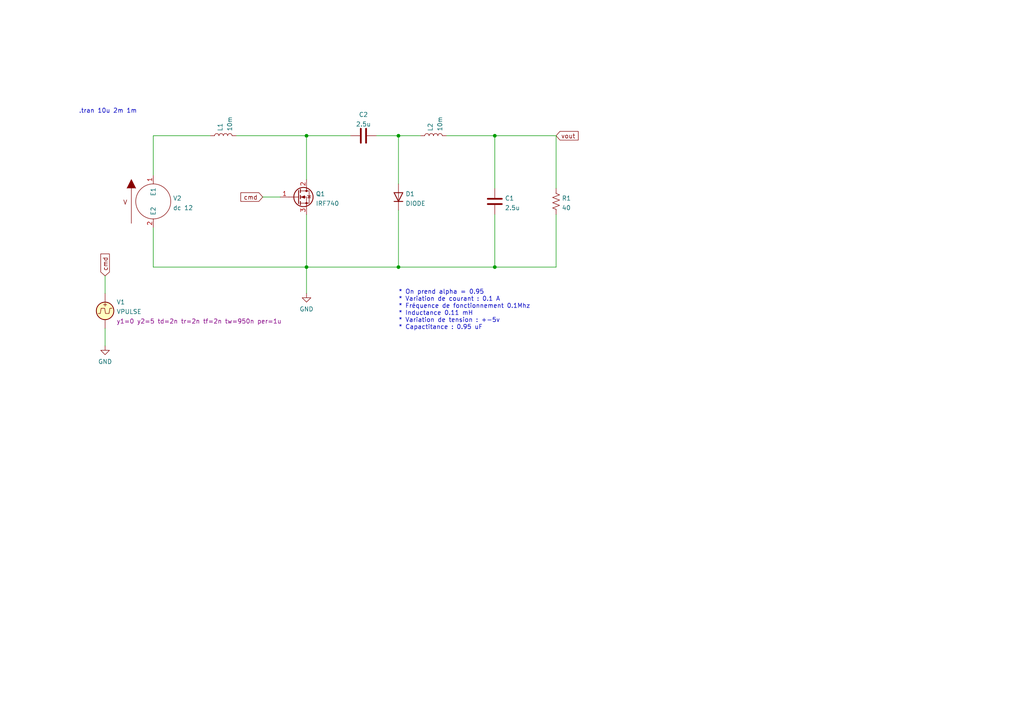
<source format=kicad_sch>
(kicad_sch (version 20211123) (generator eeschema)
  (paper "A4")
  (lib_symbols
    (symbol "Device:C" (pin_numbers hide) (pin_names (offset 0.254))
      (property "Reference" "C" (at 0.635 2.54 0))
      (property "Value" "C" (at 0.635 -2.54 0))
      (symbol "C_0_1"
        (polyline (pts (xy -2.032 -0.762) (xy 2.032 -0.762)) (stroke (width 0.508)))
        (polyline (pts (xy -2.032 0.762) (xy 2.032 0.762)) (stroke (width 0.508)))
      )
      (symbol "C_1_1"
        (pin passive line (at 0 3.81 270) (length 2.794) (name "~") (number "1"))
        (pin passive line (at 0 -3.81 90) (length 2.794) (name "~") (number "2"))
      )
    )
    (symbol "Device:L" (pin_numbers hide) (pin_names (offset 1.016) hide)
      (property "Reference" "L" (at -1.27 0 90))
      (property "Value" "L" (at 1.905 0 90))
      (symbol "L_0_1"
        (arc (start 0 -2.54) (mid 0.635 -1.905) (end 0 -1.27))
        (arc (start 0 -1.27) (mid 0.635 -0.635) (end 0 0))
        (arc (start 0 0) (mid 0.635 0.635) (end 0 1.27))
        (arc (start 0 1.27) (mid 0.635 1.905) (end 0 2.54))
      )
      (symbol "L_1_1"
        (pin passive line (at 0 3.81 270) (length 1.27) (name "1") (number "1"))
        (pin passive line (at 0 -3.81 90) (length 1.27) (name "2") (number "2"))
      )
    )
    (symbol "Device:R_US" (pin_numbers hide) (pin_names (offset 0))
      (property "Reference" "R" (at 2.54 0 90))
      (property "Value" "R_US" (at -2.54 0 90))
      (symbol "R_US_0_1"
        (polyline (pts (xy 0 -2.286) (xy 0 -2.54)))
        (polyline (pts (xy 0 2.286) (xy 0 2.54)))
        (polyline (pts (xy 0 -0.762) (xy 1.016 -1.143) (xy 0 -1.524) (xy -1.016 -1.905) (xy 0 -2.286)))
        (polyline (pts (xy 0 0.762) (xy 1.016 0.381) (xy 0 0) (xy -1.016 -0.381) (xy 0 -0.762)))
        (polyline (pts (xy 0 2.286) (xy 1.016 1.905) (xy 0 1.524) (xy -1.016 1.143) (xy 0 0.762)))
      )
      (symbol "R_US_1_1"
        (pin passive line (at 0 3.81 270) (length 1.27) (name "~") (number "1"))
        (pin passive line (at 0 -3.81 90) (length 1.27) (name "~") (number "2"))
      )
    )
    (symbol "Simulation_SPICE:DIODE" (pin_numbers hide) (pin_names (offset 1.016) hide)
      (property "Reference" "D" (at 0 2.54 0))
      (property "Value" "DIODE" (at 0 -2.54 0))
      (symbol "DIODE_0_1"
        (polyline (pts (xy 1.27 0) (xy -1.27 0)))
        (polyline (pts (xy 1.27 1.27) (xy 1.27 -1.27)) (stroke (width 0.254)))
        (polyline (pts (xy -1.27 -1.27) (xy -1.27 1.27) (xy 1.27 0) (xy -1.27 -1.27)) (stroke (width 0.254)))
      )
      (symbol "DIODE_1_1"
        (pin passive line (at -3.81 0 0) (length 2.54) (name "A") (number "1"))
        (pin passive line (at 3.81 0 180) (length 2.54) (name "K") (number "2"))
      )
    )
    (symbol "Simulation_SPICE:VPULSE" (pin_numbers hide) (pin_names (offset 0.0254))
      (property "Reference" "V" (at 2.54 2.54 0))
      (property "Value" "VPULSE" (at 2.54 0 0))
      (property "Spice_Model" "pulse(0 1 2n 2n 2n 50n 100n)" (at 2.54 -2.54 0))
      (symbol "VPULSE_0_0"
        (polyline (pts (xy -2.032 -0.762) (xy -1.397 -0.762) (xy -1.143 0.762) (xy -0.127 0.762) (xy 0.127 -0.762) (xy 1.143 -0.762) (xy 1.397 0.762) (xy 2.032 0.762)))
        (text "+" (at 0 1.905 0) (effects (font (size 1.27 1.27))))
      )
      (symbol "VPULSE_0_1"
        (circle (center 0 0) (radius 2.54) (stroke (width 0.254)) (fill (type background)))
      )
      (symbol "VPULSE_1_1"
        (pin passive line (at 0 5.08 270) (length 2.54) (name "~") (number "1"))
        (pin passive line (at 0 -5.08 90) (length 2.54) (name "~") (number "2"))
      )
    )
    (symbol "Transistor_FET:IRF740" (pin_names hide)
      (property "Reference" "Q" (at 6.35 1.905 0))
      (property "Value" "IRF740" (at 6.35 0 0))
      (symbol "IRF740_0_1"
        (polyline (pts (xy 0.254 0) (xy -2.54 0)))
        (polyline (pts (xy 0.254 1.905) (xy 0.254 -1.905)) (stroke (width 0.254)))
        (polyline (pts (xy 0.762 -1.27) (xy 0.762 -2.286)) (stroke (width 0.254)))
        (polyline (pts (xy 0.762 0.508) (xy 0.762 -0.508)) (stroke (width 0.254)))
        (polyline (pts (xy 0.762 2.286) (xy 0.762 1.27)) (stroke (width 0.254)))
        (polyline (pts (xy 2.54 2.54) (xy 2.54 1.778)))
        (polyline (pts (xy 2.54 -2.54) (xy 2.54 0) (xy 0.762 0)))
        (polyline (pts (xy 0.762 -1.778) (xy 3.302 -1.778) (xy 3.302 1.778) (xy 0.762 1.778)))
        (polyline (pts (xy 1.016 0) (xy 2.032 0.381) (xy 2.032 -0.381) (xy 1.016 0)) (fill (type outline)))
        (polyline (pts (xy 2.794 0.508) (xy 2.921 0.381) (xy 3.683 0.381) (xy 3.81 0.254)))
        (polyline (pts (xy 3.302 0.381) (xy 2.921 -0.254) (xy 3.683 -0.254) (xy 3.302 0.381)))
        (circle (center 1.651 0) (radius 2.794) (stroke (width 0.254)))
        (circle (center 2.54 -1.778) (radius 0.254) (fill (type outline)))
        (circle (center 2.54 1.778) (radius 0.254) (fill (type outline)))
      )
      (symbol "IRF740_1_1"
        (pin input line (at -5.08 0 0) (length 2.54) (name "G") (number "1"))
        (pin passive line (at 2.54 5.08 270) (length 2.54) (name "D") (number "2"))
        (pin passive line (at 2.54 -5.08 90) (length 2.54) (name "S") (number "3"))
      )
    )
    (symbol "power:GND" (power) (pin_names (offset 0))
      (property "Value" "GND" (at 0 -3.81 0))
      (symbol "GND_0_1"
        (polyline (pts (xy 0 0) (xy 0 -1.27) (xy 1.27 -1.27) (xy 0 -2.54) (xy -1.27 -1.27) (xy 0 -1.27)))
      )
      (symbol "GND_1_1"
        (pin power_in line (at 0 0 270) (length 0) hide (name "GND") (number "1"))
      )
    )
    (symbol "pspice:VSOURCE" (pin_names (offset 1.016))
      (property "Reference" "V" (at -6.35 7.62 0))
      (property "Value" "VSOURCE" (at 0 0 0))
      (symbol "VSOURCE_0_1"
        (polyline (pts (xy -6.35 -6.35) (xy -6.35 3.81)) (fill (type outline)))
        (polyline (pts (xy -7.62 3.81) (xy -6.35 6.35) (xy -5.08 3.81)) (fill (type outline)))
        (circle (center 0 0) (radius 5.08))
        (text "V" (at -8.128 -0.254 0) (effects (font (size 1.27 1.27))))
      )
      (symbol "VSOURCE_1_1"
        (pin input line (at 0 7.62 270) (length 2.54) (name "E1") (number "1"))
        (pin input line (at 0 -7.62 90) (length 2.54) (name "E2") (number "2"))
      )
    )
  )
  (junction (at 143.51 77.47))
  (junction (at 88.9 39.37))
  (junction (at 115.57 39.37))
  (junction (at 115.57 77.47))
  (junction (at 88.9 77.47))
  (junction (at 143.51 39.37))
  (wire (pts (xy 44.45 77.47) (xy 88.9 77.47)))
  (wire (pts (xy 88.9 62.23) (xy 88.9 77.47)))
  (wire (pts (xy 88.9 77.47) (xy 88.9 85.09)))
  (wire (pts (xy 44.45 50.8) (xy 44.45 39.37)))
  (wire (pts (xy 115.57 39.37) (xy 121.92 39.37)))
  (wire (pts (xy 129.54 39.37) (xy 143.51 39.37)))
  (wire (pts (xy 115.57 77.47) (xy 143.51 77.47)))
  (wire (pts (xy 88.9 39.37) (xy 101.6 39.37)))
  (wire (pts (xy 115.57 60.96) (xy 115.57 77.47)))
  (wire (pts (xy 88.9 39.37) (xy 88.9 52.07)))
  (wire (pts (xy 161.29 54.61) (xy 161.29 39.37)))
  (wire (pts (xy 88.9 77.47) (xy 115.57 77.47)))
  (wire (pts (xy 68.58 39.37) (xy 88.9 39.37)))
  (wire (pts (xy 161.29 77.47) (xy 143.51 77.47)))
  (wire (pts (xy 143.51 77.47) (xy 143.51 62.23)))
  (wire (pts (xy 161.29 62.23) (xy 161.29 77.47)))
  (wire (pts (xy 81.28 57.15) (xy 76.2 57.15)))
  (wire (pts (xy 143.51 39.37) (xy 143.51 54.61)))
  (wire (pts (xy 115.57 39.37) (xy 115.57 53.34)))
  (wire (pts (xy 30.48 85.09) (xy 30.48 80.01)))
  (wire (pts (xy 161.29 39.37) (xy 143.51 39.37)))
  (wire (pts (xy 109.22 39.37) (xy 115.57 39.37)))
  (wire (pts (xy 44.45 66.04) (xy 44.45 77.47)))
  (wire (pts (xy 30.48 95.25) (xy 30.48 100.33)))
  (wire (pts (xy 44.45 39.37) (xy 60.96 39.37)))
  (text "* On prend alpha = 0.95\n* Variation de courant : 0.1 A\n* Fréquence de fonctionnement 0.1Mhz\n* Inductance 0.11 mH\n* Variation de tension : +-5v\n* Capactitance : 0.95 uF\n\n" (at 115.57 97.79 0) (effects (font (size 1.27 1.27)) (justify left bottom)))
  (text ".tran 10u 2m 1m" (at 22.86 33.02 0) (effects (font (size 1.27 1.27)) (justify left bottom)))
  (global_label "cmd" (shape input) (at 30.48 80.01 90) (property "Intersheet References" "${INTERSHEET_REFS}" (effects hide)))
  (global_label "cmd" (shape input) (at 76.2 57.15 180) (property "Intersheet References" "${INTERSHEET_REFS}" (effects hide)))
  (global_label "vout" (shape input) (at 161.29 39.37 0) (property "Intersheet References" "${INTERSHEET_REFS}" (effects hide)))
  (symbol (lib_id "Simulation_SPICE:VPULSE") (at 30.48 90.17 0) (unit 1)
    (property "Reference" "V1" (at 33.782 87.6246 0) (effects (justify left)))
    (property "Value" "VPULSE" (at 33.782 90.3997 0) (effects (justify left)))
    (property "Spice_Netlist_Enabled" "Y" (effects hide))
    (property "Spice_Primitive" "V" (effects hide))
    (property "Spice_Model" "pulse(0 5 2n 2n 2n 950n 1u)" (at 33.782 93.1748 0) (effects (justify left)))
  )
  (symbol (lib_id "Device:L") (at 125.73 39.37 90) (unit 1)
    (property "Reference" "L2" (at 124.8215 38.1 0) (effects (justify left)))
    (property "Value" "10m" (at 127.5966 38.1 0) (effects (justify left)))
  )
  (symbol (lib_id "Device:R_US") (at 161.29 58.42 0) (unit 1)
    (property "Reference" "R1" (at 162.941 57.5115 0) (effects (justify left)))
    (property "Value" "40" (at 162.941 60.2866 0) (effects (justify left)))
  )
  (symbol (lib_id "power:GND") (at 30.48 100.33 0) (unit 1)
    (property "Reference" "#PWR01" (effects hide))
    (property "Value" "GND" (at 30.48 104.8925 0))
  )
  (symbol (lib_id "power:GND") (at 88.9 85.09 0) (unit 1)
    (property "Reference" "#PWR02" (effects hide))
    (property "Value" "GND" (at 88.9 89.6525 0))
  )
  (symbol (lib_id "Device:C") (at 143.51 58.42 0) (unit 1)
    (property "Reference" "C1" (at 146.431 57.5115 0) (effects (justify left)))
    (property "Value" "2.5u" (at 146.431 60.2866 0) (effects (justify left)))
  )
  (symbol (lib_id "pspice:VSOURCE") (at 44.45 58.42 0) (unit 1)
    (property "Reference" "V2" (at 50.165 57.5115 0) (effects (justify left)))
    (property "Value" "dc 12" (at 50.165 60.2866 0) (effects (justify left)))
  )
  (symbol (lib_id "Device:C") (at 105.41 39.37 90) (unit 1)
    (property "Reference" "C2" (at 105.41 33.2445 90))
    (property "Value" "2.5u" (at 105.41 36.0196 90))
  )
  (symbol (lib_id "Transistor_FET:IRF740") (at 86.36 57.15 0) (unit 1)
    (property "Reference" "Q1" (at 91.567 56.2415 0) (effects (justify left)))
    (property "Value" "IRF740" (at 91.567 59.0166 0) (effects (justify left)))
    (property "Footprint" "Package_TO_SOT_THT:TO-220-3_Vertical" (effects hide))
    (property "Datasheet" "http://www.vishay.com/docs/91054/91054.pdf" (effects hide))
    (property "Spice_Primitive" "X" (effects hide))
    (property "Spice_Model" "MTB75N05H" (effects hide))
    (property "Spice_Netlist_Enabled" "Y" (effects hide))
    (property "Spice_Lib_File" "MTB75N05H.lib" (effects hide))
    (property "Spice_Node_Sequence" "2 1 3" (effects hide))
  )
  (symbol (lib_id "Simulation_SPICE:DIODE") (at 115.57 57.15 270) (unit 1)
    (property "Reference" "D1" (at 117.602 56.2415 90) (effects (justify left)))
    (property "Value" "DIODE" (at 117.602 59.0166 90) (effects (justify left)))
    (property "Spice_Netlist_Enabled" "Y" (effects hide))
    (property "Spice_Primitive" "D" (effects hide))
    (property "Spice_Model" "10TQ045" (effects hide))
    (property "Spice_Lib_File" "10TQ045.lib" (effects hide))
  )
  (symbol (lib_id "Device:L") (at 64.77 39.37 90) (unit 1)
    (property "Reference" "L1" (at 63.8615 38.1 0) (effects (justify left)))
    (property "Value" "10m" (at 66.6366 38.1 0) (effects (justify left)))
  )
)
</source>
